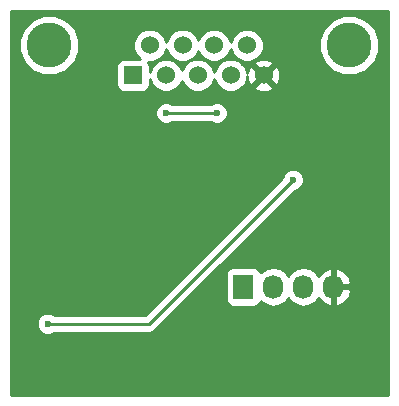
<source format=gbr>
G04 #@! TF.FileFunction,Copper,L2,Bot,Signal*
%FSLAX46Y46*%
G04 Gerber Fmt 4.6, Leading zero omitted, Abs format (unit mm)*
G04 Created by KiCad (PCBNEW 4.0.5) date 01/20/17 14:33:55*
%MOMM*%
%LPD*%
G01*
G04 APERTURE LIST*
%ADD10C,0.100000*%
%ADD11C,3.810000*%
%ADD12R,1.524000X1.524000*%
%ADD13C,1.524000*%
%ADD14R,1.727200X2.032000*%
%ADD15O,1.727200X2.032000*%
%ADD16C,0.600000*%
%ADD17C,0.250000*%
%ADD18C,0.254000*%
G04 APERTURE END LIST*
D10*
D11*
X161925000Y-77914500D03*
X136525000Y-77914500D03*
D12*
X143637000Y-80454500D03*
D13*
X146431000Y-80454500D03*
X149098000Y-80454500D03*
X151892000Y-80454500D03*
X154686000Y-80454500D03*
X145034000Y-77914500D03*
X147828000Y-77914500D03*
X150495000Y-77914500D03*
X153289000Y-77914500D03*
D14*
X152971500Y-98361500D03*
D15*
X155511500Y-98361500D03*
X158051500Y-98361500D03*
X160591500Y-98361500D03*
D16*
X159702500Y-92456000D03*
X143192500Y-93408500D03*
X140208000Y-86614000D03*
X136398000Y-101473000D03*
X157162500Y-89281000D03*
X150749000Y-83629500D03*
X146431000Y-83629500D03*
D17*
X144970500Y-101473000D02*
X136398000Y-101473000D01*
X157162500Y-89281000D02*
X144970500Y-101473000D01*
X150749000Y-83629500D02*
X146431000Y-83629500D01*
D18*
G36*
X165215500Y-107494000D02*
X133298000Y-107494000D01*
X133298000Y-101658167D01*
X135462838Y-101658167D01*
X135604883Y-102001943D01*
X135867673Y-102265192D01*
X136211201Y-102407838D01*
X136583167Y-102408162D01*
X136926943Y-102266117D01*
X136960118Y-102233000D01*
X144970500Y-102233000D01*
X145261339Y-102175148D01*
X145507901Y-102010401D01*
X150172802Y-97345500D01*
X151460460Y-97345500D01*
X151460460Y-99377500D01*
X151504738Y-99612817D01*
X151643810Y-99828941D01*
X151856010Y-99973931D01*
X152107900Y-100024940D01*
X153835100Y-100024940D01*
X154070417Y-99980662D01*
X154286541Y-99841590D01*
X154431531Y-99629390D01*
X154439900Y-99588061D01*
X154451830Y-99605915D01*
X154938011Y-99930771D01*
X155511500Y-100044845D01*
X156084989Y-99930771D01*
X156571170Y-99605915D01*
X156781500Y-99291134D01*
X156991830Y-99605915D01*
X157478011Y-99930771D01*
X158051500Y-100044845D01*
X158624989Y-99930771D01*
X159111170Y-99605915D01*
X159317961Y-99296431D01*
X159689464Y-99712232D01*
X160216709Y-99966209D01*
X160232474Y-99968858D01*
X160464500Y-99847717D01*
X160464500Y-98488500D01*
X160718500Y-98488500D01*
X160718500Y-99847717D01*
X160950526Y-99968858D01*
X160966291Y-99966209D01*
X161493536Y-99712232D01*
X161883454Y-99275820D01*
X162076684Y-98723413D01*
X161932424Y-98488500D01*
X160718500Y-98488500D01*
X160464500Y-98488500D01*
X160444500Y-98488500D01*
X160444500Y-98234500D01*
X160464500Y-98234500D01*
X160464500Y-96875283D01*
X160718500Y-96875283D01*
X160718500Y-98234500D01*
X161932424Y-98234500D01*
X162076684Y-97999587D01*
X161883454Y-97447180D01*
X161493536Y-97010768D01*
X160966291Y-96756791D01*
X160950526Y-96754142D01*
X160718500Y-96875283D01*
X160464500Y-96875283D01*
X160232474Y-96754142D01*
X160216709Y-96756791D01*
X159689464Y-97010768D01*
X159317961Y-97426569D01*
X159111170Y-97117085D01*
X158624989Y-96792229D01*
X158051500Y-96678155D01*
X157478011Y-96792229D01*
X156991830Y-97117085D01*
X156781500Y-97431866D01*
X156571170Y-97117085D01*
X156084989Y-96792229D01*
X155511500Y-96678155D01*
X154938011Y-96792229D01*
X154451830Y-97117085D01*
X154442257Y-97131413D01*
X154438262Y-97110183D01*
X154299190Y-96894059D01*
X154086990Y-96749069D01*
X153835100Y-96698060D01*
X152107900Y-96698060D01*
X151872583Y-96742338D01*
X151656459Y-96881410D01*
X151511469Y-97093610D01*
X151460460Y-97345500D01*
X150172802Y-97345500D01*
X157302180Y-90216122D01*
X157347667Y-90216162D01*
X157691443Y-90074117D01*
X157954692Y-89811327D01*
X158097338Y-89467799D01*
X158097662Y-89095833D01*
X157955617Y-88752057D01*
X157692827Y-88488808D01*
X157349299Y-88346162D01*
X156977333Y-88345838D01*
X156633557Y-88487883D01*
X156370308Y-88750673D01*
X156227662Y-89094201D01*
X156227621Y-89141077D01*
X144655698Y-100713000D01*
X136960463Y-100713000D01*
X136928327Y-100680808D01*
X136584799Y-100538162D01*
X136212833Y-100537838D01*
X135869057Y-100679883D01*
X135605808Y-100942673D01*
X135463162Y-101286201D01*
X135462838Y-101658167D01*
X133298000Y-101658167D01*
X133298000Y-83814667D01*
X145495838Y-83814667D01*
X145637883Y-84158443D01*
X145900673Y-84421692D01*
X146244201Y-84564338D01*
X146616167Y-84564662D01*
X146959943Y-84422617D01*
X146993118Y-84389500D01*
X150186537Y-84389500D01*
X150218673Y-84421692D01*
X150562201Y-84564338D01*
X150934167Y-84564662D01*
X151277943Y-84422617D01*
X151541192Y-84159827D01*
X151683838Y-83816299D01*
X151684162Y-83444333D01*
X151542117Y-83100557D01*
X151279327Y-82837308D01*
X150935799Y-82694662D01*
X150563833Y-82694338D01*
X150220057Y-82836383D01*
X150186882Y-82869500D01*
X146993463Y-82869500D01*
X146961327Y-82837308D01*
X146617799Y-82694662D01*
X146245833Y-82694338D01*
X145902057Y-82836383D01*
X145638808Y-83099173D01*
X145496162Y-83442701D01*
X145495838Y-83814667D01*
X133298000Y-83814667D01*
X133298000Y-78417521D01*
X133984560Y-78417521D01*
X134370437Y-79351415D01*
X135084327Y-80066552D01*
X136017546Y-80454059D01*
X137028021Y-80454940D01*
X137961915Y-80069063D01*
X138339135Y-79692500D01*
X142227560Y-79692500D01*
X142227560Y-81216500D01*
X142271838Y-81451817D01*
X142410910Y-81667941D01*
X142623110Y-81812931D01*
X142875000Y-81863940D01*
X144399000Y-81863940D01*
X144634317Y-81819662D01*
X144850441Y-81680590D01*
X144995431Y-81468390D01*
X145046440Y-81216500D01*
X145046440Y-80761854D01*
X145245990Y-81244803D01*
X145638630Y-81638129D01*
X146151900Y-81851257D01*
X146707661Y-81851742D01*
X147221303Y-81639510D01*
X147614629Y-81246870D01*
X147764606Y-80885685D01*
X147912990Y-81244803D01*
X148305630Y-81638129D01*
X148818900Y-81851257D01*
X149374661Y-81851742D01*
X149888303Y-81639510D01*
X150281629Y-81246870D01*
X150494757Y-80733600D01*
X150494759Y-80731164D01*
X150706990Y-81244803D01*
X151099630Y-81638129D01*
X151612900Y-81851257D01*
X152168661Y-81851742D01*
X152682303Y-81639510D01*
X152887457Y-81434713D01*
X153885392Y-81434713D01*
X153954857Y-81676897D01*
X154478302Y-81863644D01*
X155033368Y-81835862D01*
X155417143Y-81676897D01*
X155486608Y-81434713D01*
X154686000Y-80634105D01*
X153885392Y-81434713D01*
X152887457Y-81434713D01*
X153075629Y-81246870D01*
X153288757Y-80733600D01*
X153288971Y-80488844D01*
X153304638Y-80801868D01*
X153463603Y-81185643D01*
X153705787Y-81255108D01*
X154506395Y-80454500D01*
X154865605Y-80454500D01*
X155666213Y-81255108D01*
X155908397Y-81185643D01*
X156095144Y-80662198D01*
X156067362Y-80107132D01*
X155908397Y-79723357D01*
X155666213Y-79653892D01*
X154865605Y-80454500D01*
X154506395Y-80454500D01*
X153705787Y-79653892D01*
X153463603Y-79723357D01*
X153289212Y-80212168D01*
X153289242Y-80177839D01*
X153077010Y-79664197D01*
X152887432Y-79474287D01*
X153885392Y-79474287D01*
X154686000Y-80274895D01*
X155486608Y-79474287D01*
X155417143Y-79232103D01*
X154893698Y-79045356D01*
X154338632Y-79073138D01*
X153954857Y-79232103D01*
X153885392Y-79474287D01*
X152887432Y-79474287D01*
X152684370Y-79270871D01*
X152171100Y-79057743D01*
X151615339Y-79057258D01*
X151101697Y-79269490D01*
X150708371Y-79662130D01*
X150495243Y-80175400D01*
X150495241Y-80177836D01*
X150283010Y-79664197D01*
X149890370Y-79270871D01*
X149377100Y-79057743D01*
X148821339Y-79057258D01*
X148307697Y-79269490D01*
X147914371Y-79662130D01*
X147764394Y-80023315D01*
X147616010Y-79664197D01*
X147223370Y-79270871D01*
X146710100Y-79057743D01*
X146154339Y-79057258D01*
X145640697Y-79269490D01*
X145247371Y-79662130D01*
X145046440Y-80146026D01*
X145046440Y-79692500D01*
X145002162Y-79457183D01*
X144908347Y-79311391D01*
X145310661Y-79311742D01*
X145824303Y-79099510D01*
X146217629Y-78706870D01*
X146430757Y-78193600D01*
X146430759Y-78191164D01*
X146642990Y-78704803D01*
X147035630Y-79098129D01*
X147548900Y-79311257D01*
X148104661Y-79311742D01*
X148618303Y-79099510D01*
X149011629Y-78706870D01*
X149161606Y-78345685D01*
X149309990Y-78704803D01*
X149702630Y-79098129D01*
X150215900Y-79311257D01*
X150771661Y-79311742D01*
X151285303Y-79099510D01*
X151678629Y-78706870D01*
X151891757Y-78193600D01*
X151891759Y-78191164D01*
X152103990Y-78704803D01*
X152496630Y-79098129D01*
X153009900Y-79311257D01*
X153565661Y-79311742D01*
X154079303Y-79099510D01*
X154472629Y-78706870D01*
X154592777Y-78417521D01*
X159384560Y-78417521D01*
X159770437Y-79351415D01*
X160484327Y-80066552D01*
X161417546Y-80454059D01*
X162428021Y-80454940D01*
X163361915Y-80069063D01*
X164077052Y-79355173D01*
X164464559Y-78421954D01*
X164465440Y-77411479D01*
X164079563Y-76477585D01*
X163365673Y-75762448D01*
X162432454Y-75374941D01*
X161421979Y-75374060D01*
X160488085Y-75759937D01*
X159772948Y-76473827D01*
X159385441Y-77407046D01*
X159384560Y-78417521D01*
X154592777Y-78417521D01*
X154685757Y-78193600D01*
X154686242Y-77637839D01*
X154474010Y-77124197D01*
X154081370Y-76730871D01*
X153568100Y-76517743D01*
X153012339Y-76517258D01*
X152498697Y-76729490D01*
X152105371Y-77122130D01*
X151892243Y-77635400D01*
X151892241Y-77637836D01*
X151680010Y-77124197D01*
X151287370Y-76730871D01*
X150774100Y-76517743D01*
X150218339Y-76517258D01*
X149704697Y-76729490D01*
X149311371Y-77122130D01*
X149161394Y-77483315D01*
X149013010Y-77124197D01*
X148620370Y-76730871D01*
X148107100Y-76517743D01*
X147551339Y-76517258D01*
X147037697Y-76729490D01*
X146644371Y-77122130D01*
X146431243Y-77635400D01*
X146431241Y-77637836D01*
X146219010Y-77124197D01*
X145826370Y-76730871D01*
X145313100Y-76517743D01*
X144757339Y-76517258D01*
X144243697Y-76729490D01*
X143850371Y-77122130D01*
X143637243Y-77635400D01*
X143636758Y-78191161D01*
X143848990Y-78704803D01*
X144188654Y-79045060D01*
X142875000Y-79045060D01*
X142639683Y-79089338D01*
X142423559Y-79228410D01*
X142278569Y-79440610D01*
X142227560Y-79692500D01*
X138339135Y-79692500D01*
X138677052Y-79355173D01*
X139064559Y-78421954D01*
X139065440Y-77411479D01*
X138679563Y-76477585D01*
X137965673Y-75762448D01*
X137032454Y-75374941D01*
X136021979Y-75374060D01*
X135088085Y-75759937D01*
X134372948Y-76473827D01*
X133985441Y-77407046D01*
X133984560Y-78417521D01*
X133298000Y-78417521D01*
X133298000Y-75005000D01*
X165215500Y-75005000D01*
X165215500Y-107494000D01*
X165215500Y-107494000D01*
G37*
X165215500Y-107494000D02*
X133298000Y-107494000D01*
X133298000Y-101658167D01*
X135462838Y-101658167D01*
X135604883Y-102001943D01*
X135867673Y-102265192D01*
X136211201Y-102407838D01*
X136583167Y-102408162D01*
X136926943Y-102266117D01*
X136960118Y-102233000D01*
X144970500Y-102233000D01*
X145261339Y-102175148D01*
X145507901Y-102010401D01*
X150172802Y-97345500D01*
X151460460Y-97345500D01*
X151460460Y-99377500D01*
X151504738Y-99612817D01*
X151643810Y-99828941D01*
X151856010Y-99973931D01*
X152107900Y-100024940D01*
X153835100Y-100024940D01*
X154070417Y-99980662D01*
X154286541Y-99841590D01*
X154431531Y-99629390D01*
X154439900Y-99588061D01*
X154451830Y-99605915D01*
X154938011Y-99930771D01*
X155511500Y-100044845D01*
X156084989Y-99930771D01*
X156571170Y-99605915D01*
X156781500Y-99291134D01*
X156991830Y-99605915D01*
X157478011Y-99930771D01*
X158051500Y-100044845D01*
X158624989Y-99930771D01*
X159111170Y-99605915D01*
X159317961Y-99296431D01*
X159689464Y-99712232D01*
X160216709Y-99966209D01*
X160232474Y-99968858D01*
X160464500Y-99847717D01*
X160464500Y-98488500D01*
X160718500Y-98488500D01*
X160718500Y-99847717D01*
X160950526Y-99968858D01*
X160966291Y-99966209D01*
X161493536Y-99712232D01*
X161883454Y-99275820D01*
X162076684Y-98723413D01*
X161932424Y-98488500D01*
X160718500Y-98488500D01*
X160464500Y-98488500D01*
X160444500Y-98488500D01*
X160444500Y-98234500D01*
X160464500Y-98234500D01*
X160464500Y-96875283D01*
X160718500Y-96875283D01*
X160718500Y-98234500D01*
X161932424Y-98234500D01*
X162076684Y-97999587D01*
X161883454Y-97447180D01*
X161493536Y-97010768D01*
X160966291Y-96756791D01*
X160950526Y-96754142D01*
X160718500Y-96875283D01*
X160464500Y-96875283D01*
X160232474Y-96754142D01*
X160216709Y-96756791D01*
X159689464Y-97010768D01*
X159317961Y-97426569D01*
X159111170Y-97117085D01*
X158624989Y-96792229D01*
X158051500Y-96678155D01*
X157478011Y-96792229D01*
X156991830Y-97117085D01*
X156781500Y-97431866D01*
X156571170Y-97117085D01*
X156084989Y-96792229D01*
X155511500Y-96678155D01*
X154938011Y-96792229D01*
X154451830Y-97117085D01*
X154442257Y-97131413D01*
X154438262Y-97110183D01*
X154299190Y-96894059D01*
X154086990Y-96749069D01*
X153835100Y-96698060D01*
X152107900Y-96698060D01*
X151872583Y-96742338D01*
X151656459Y-96881410D01*
X151511469Y-97093610D01*
X151460460Y-97345500D01*
X150172802Y-97345500D01*
X157302180Y-90216122D01*
X157347667Y-90216162D01*
X157691443Y-90074117D01*
X157954692Y-89811327D01*
X158097338Y-89467799D01*
X158097662Y-89095833D01*
X157955617Y-88752057D01*
X157692827Y-88488808D01*
X157349299Y-88346162D01*
X156977333Y-88345838D01*
X156633557Y-88487883D01*
X156370308Y-88750673D01*
X156227662Y-89094201D01*
X156227621Y-89141077D01*
X144655698Y-100713000D01*
X136960463Y-100713000D01*
X136928327Y-100680808D01*
X136584799Y-100538162D01*
X136212833Y-100537838D01*
X135869057Y-100679883D01*
X135605808Y-100942673D01*
X135463162Y-101286201D01*
X135462838Y-101658167D01*
X133298000Y-101658167D01*
X133298000Y-83814667D01*
X145495838Y-83814667D01*
X145637883Y-84158443D01*
X145900673Y-84421692D01*
X146244201Y-84564338D01*
X146616167Y-84564662D01*
X146959943Y-84422617D01*
X146993118Y-84389500D01*
X150186537Y-84389500D01*
X150218673Y-84421692D01*
X150562201Y-84564338D01*
X150934167Y-84564662D01*
X151277943Y-84422617D01*
X151541192Y-84159827D01*
X151683838Y-83816299D01*
X151684162Y-83444333D01*
X151542117Y-83100557D01*
X151279327Y-82837308D01*
X150935799Y-82694662D01*
X150563833Y-82694338D01*
X150220057Y-82836383D01*
X150186882Y-82869500D01*
X146993463Y-82869500D01*
X146961327Y-82837308D01*
X146617799Y-82694662D01*
X146245833Y-82694338D01*
X145902057Y-82836383D01*
X145638808Y-83099173D01*
X145496162Y-83442701D01*
X145495838Y-83814667D01*
X133298000Y-83814667D01*
X133298000Y-78417521D01*
X133984560Y-78417521D01*
X134370437Y-79351415D01*
X135084327Y-80066552D01*
X136017546Y-80454059D01*
X137028021Y-80454940D01*
X137961915Y-80069063D01*
X138339135Y-79692500D01*
X142227560Y-79692500D01*
X142227560Y-81216500D01*
X142271838Y-81451817D01*
X142410910Y-81667941D01*
X142623110Y-81812931D01*
X142875000Y-81863940D01*
X144399000Y-81863940D01*
X144634317Y-81819662D01*
X144850441Y-81680590D01*
X144995431Y-81468390D01*
X145046440Y-81216500D01*
X145046440Y-80761854D01*
X145245990Y-81244803D01*
X145638630Y-81638129D01*
X146151900Y-81851257D01*
X146707661Y-81851742D01*
X147221303Y-81639510D01*
X147614629Y-81246870D01*
X147764606Y-80885685D01*
X147912990Y-81244803D01*
X148305630Y-81638129D01*
X148818900Y-81851257D01*
X149374661Y-81851742D01*
X149888303Y-81639510D01*
X150281629Y-81246870D01*
X150494757Y-80733600D01*
X150494759Y-80731164D01*
X150706990Y-81244803D01*
X151099630Y-81638129D01*
X151612900Y-81851257D01*
X152168661Y-81851742D01*
X152682303Y-81639510D01*
X152887457Y-81434713D01*
X153885392Y-81434713D01*
X153954857Y-81676897D01*
X154478302Y-81863644D01*
X155033368Y-81835862D01*
X155417143Y-81676897D01*
X155486608Y-81434713D01*
X154686000Y-80634105D01*
X153885392Y-81434713D01*
X152887457Y-81434713D01*
X153075629Y-81246870D01*
X153288757Y-80733600D01*
X153288971Y-80488844D01*
X153304638Y-80801868D01*
X153463603Y-81185643D01*
X153705787Y-81255108D01*
X154506395Y-80454500D01*
X154865605Y-80454500D01*
X155666213Y-81255108D01*
X155908397Y-81185643D01*
X156095144Y-80662198D01*
X156067362Y-80107132D01*
X155908397Y-79723357D01*
X155666213Y-79653892D01*
X154865605Y-80454500D01*
X154506395Y-80454500D01*
X153705787Y-79653892D01*
X153463603Y-79723357D01*
X153289212Y-80212168D01*
X153289242Y-80177839D01*
X153077010Y-79664197D01*
X152887432Y-79474287D01*
X153885392Y-79474287D01*
X154686000Y-80274895D01*
X155486608Y-79474287D01*
X155417143Y-79232103D01*
X154893698Y-79045356D01*
X154338632Y-79073138D01*
X153954857Y-79232103D01*
X153885392Y-79474287D01*
X152887432Y-79474287D01*
X152684370Y-79270871D01*
X152171100Y-79057743D01*
X151615339Y-79057258D01*
X151101697Y-79269490D01*
X150708371Y-79662130D01*
X150495243Y-80175400D01*
X150495241Y-80177836D01*
X150283010Y-79664197D01*
X149890370Y-79270871D01*
X149377100Y-79057743D01*
X148821339Y-79057258D01*
X148307697Y-79269490D01*
X147914371Y-79662130D01*
X147764394Y-80023315D01*
X147616010Y-79664197D01*
X147223370Y-79270871D01*
X146710100Y-79057743D01*
X146154339Y-79057258D01*
X145640697Y-79269490D01*
X145247371Y-79662130D01*
X145046440Y-80146026D01*
X145046440Y-79692500D01*
X145002162Y-79457183D01*
X144908347Y-79311391D01*
X145310661Y-79311742D01*
X145824303Y-79099510D01*
X146217629Y-78706870D01*
X146430757Y-78193600D01*
X146430759Y-78191164D01*
X146642990Y-78704803D01*
X147035630Y-79098129D01*
X147548900Y-79311257D01*
X148104661Y-79311742D01*
X148618303Y-79099510D01*
X149011629Y-78706870D01*
X149161606Y-78345685D01*
X149309990Y-78704803D01*
X149702630Y-79098129D01*
X150215900Y-79311257D01*
X150771661Y-79311742D01*
X151285303Y-79099510D01*
X151678629Y-78706870D01*
X151891757Y-78193600D01*
X151891759Y-78191164D01*
X152103990Y-78704803D01*
X152496630Y-79098129D01*
X153009900Y-79311257D01*
X153565661Y-79311742D01*
X154079303Y-79099510D01*
X154472629Y-78706870D01*
X154592777Y-78417521D01*
X159384560Y-78417521D01*
X159770437Y-79351415D01*
X160484327Y-80066552D01*
X161417546Y-80454059D01*
X162428021Y-80454940D01*
X163361915Y-80069063D01*
X164077052Y-79355173D01*
X164464559Y-78421954D01*
X164465440Y-77411479D01*
X164079563Y-76477585D01*
X163365673Y-75762448D01*
X162432454Y-75374941D01*
X161421979Y-75374060D01*
X160488085Y-75759937D01*
X159772948Y-76473827D01*
X159385441Y-77407046D01*
X159384560Y-78417521D01*
X154592777Y-78417521D01*
X154685757Y-78193600D01*
X154686242Y-77637839D01*
X154474010Y-77124197D01*
X154081370Y-76730871D01*
X153568100Y-76517743D01*
X153012339Y-76517258D01*
X152498697Y-76729490D01*
X152105371Y-77122130D01*
X151892243Y-77635400D01*
X151892241Y-77637836D01*
X151680010Y-77124197D01*
X151287370Y-76730871D01*
X150774100Y-76517743D01*
X150218339Y-76517258D01*
X149704697Y-76729490D01*
X149311371Y-77122130D01*
X149161394Y-77483315D01*
X149013010Y-77124197D01*
X148620370Y-76730871D01*
X148107100Y-76517743D01*
X147551339Y-76517258D01*
X147037697Y-76729490D01*
X146644371Y-77122130D01*
X146431243Y-77635400D01*
X146431241Y-77637836D01*
X146219010Y-77124197D01*
X145826370Y-76730871D01*
X145313100Y-76517743D01*
X144757339Y-76517258D01*
X144243697Y-76729490D01*
X143850371Y-77122130D01*
X143637243Y-77635400D01*
X143636758Y-78191161D01*
X143848990Y-78704803D01*
X144188654Y-79045060D01*
X142875000Y-79045060D01*
X142639683Y-79089338D01*
X142423559Y-79228410D01*
X142278569Y-79440610D01*
X142227560Y-79692500D01*
X138339135Y-79692500D01*
X138677052Y-79355173D01*
X139064559Y-78421954D01*
X139065440Y-77411479D01*
X138679563Y-76477585D01*
X137965673Y-75762448D01*
X137032454Y-75374941D01*
X136021979Y-75374060D01*
X135088085Y-75759937D01*
X134372948Y-76473827D01*
X133985441Y-77407046D01*
X133984560Y-78417521D01*
X133298000Y-78417521D01*
X133298000Y-75005000D01*
X165215500Y-75005000D01*
X165215500Y-107494000D01*
M02*

</source>
